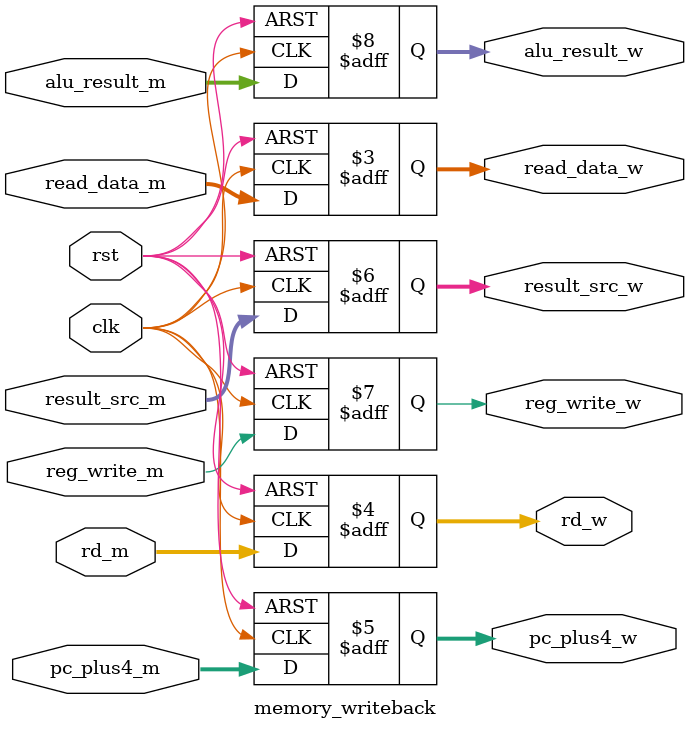
<source format=sv>
`timescale 1ns / 1ps


module memory_writeback(
    //inputs
    input  logic        clk,
    input  logic        rst,
    input  logic [31:0] read_data_m,
    input  logic [4:0]  rd_m,
    input  logic [31:0] pc_plus4_m,
    input  logic [1:0]  result_src_m,
    input  logic        reg_write_m,
    input  logic [31:0] alu_result_m,
    
    //outputs
    output logic [31:0] read_data_w,
    output logic [4:0]  rd_w,
    output logic [31:0] pc_plus4_w,
    output logic [1:0]  result_src_w,
    output logic        reg_write_w,
    output logic [31:0] alu_result_w
    );
    
    
    always_ff @(posedge clk or negedge rst)
        begin
            if(!rst)
                begin
                    read_data_w     <= 32'd0;
                    rd_w            <= 5'd0;
                    pc_plus4_w      <= 32'd0;
                    result_src_w    <= 2'd0;
                    reg_write_w     <= 1'b0;
                    alu_result_w    <= 32'd0;
                end
            else
                begin
                    read_data_w     <= read_data_m;
                    rd_w            <= rd_m;
                    pc_plus4_w      <= pc_plus4_m;
                    result_src_w    <= result_src_m;
                    reg_write_w     <= reg_write_m;
                    alu_result_w    <= alu_result_m;
                end
        end
    
    
endmodule

</source>
